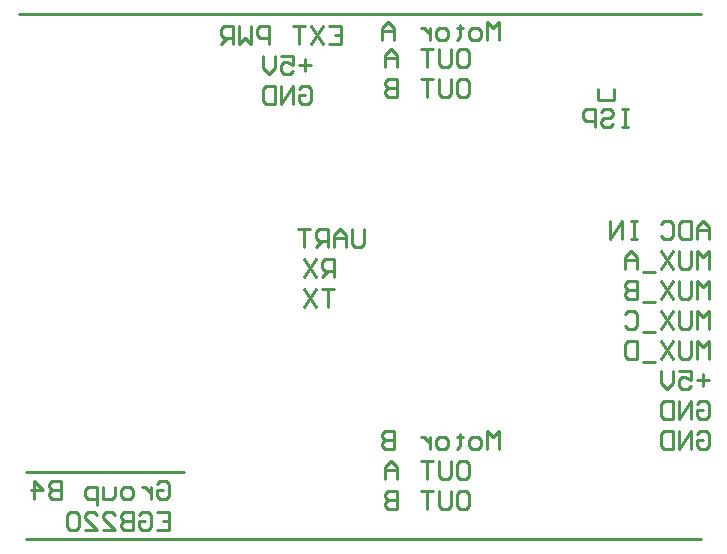
<source format=gbo>
G04*
G04 #@! TF.GenerationSoftware,Altium Limited,Altium Designer,19.0.12 (326)*
G04*
G04 Layer_Color=32896*
%FSLAX25Y25*%
%MOIN*%
G70*
G01*
G75*
%ADD14C,0.01000*%
D14*
X219135Y149500D02*
X221510D01*
X216010D02*
X218385D01*
X221510D02*
Y153000D01*
X216010Y149500D02*
Y153000D01*
X218385Y149500D02*
X219135D01*
X23010Y178000D02*
X250510D01*
X25510Y25500D02*
X78010D01*
X25510Y3000D02*
X250510D01*
X116511Y152998D02*
X117511Y153998D01*
X119510D01*
X120510Y152998D01*
Y149000D01*
X119510Y148000D01*
X117511D01*
X116511Y149000D01*
Y150999D01*
X118511D01*
X114512Y148000D02*
Y153998D01*
X110513Y148000D01*
Y153998D01*
X108514D02*
Y148000D01*
X105515D01*
X104515Y149000D01*
Y152998D01*
X105515Y153998D01*
X108514D01*
X120510Y160999D02*
X116511D01*
X118511Y162998D02*
Y159000D01*
X110513Y163998D02*
X114512D01*
Y160999D01*
X112513Y161999D01*
X111513D01*
X110513Y160999D01*
Y159000D01*
X111513Y158000D01*
X113512D01*
X114512Y159000D01*
X108514Y163998D02*
Y159999D01*
X106515Y158000D01*
X104515Y159999D01*
Y163998D01*
X126511Y173998D02*
X130510D01*
Y168000D01*
X126511D01*
X130510Y170999D02*
X128511D01*
X124512Y173998D02*
X120513Y168000D01*
Y173998D02*
X124512Y168000D01*
X118514Y173998D02*
X114515D01*
X116515D01*
Y168000D01*
X106518D02*
Y173998D01*
X103519D01*
X102519Y172998D01*
Y170999D01*
X103519Y169999D01*
X106518D01*
X100520Y173998D02*
Y168000D01*
X98520Y169999D01*
X96521Y168000D01*
Y173998D01*
X94522Y168000D02*
Y173998D01*
X91523D01*
X90523Y172998D01*
Y170999D01*
X91523Y169999D01*
X94522D01*
X92522D02*
X90523Y168000D01*
X69011Y11998D02*
X73010D01*
Y6000D01*
X69011D01*
X73010Y8999D02*
X71011D01*
X63013Y10998D02*
X64013Y11998D01*
X66012D01*
X67012Y10998D01*
Y7000D01*
X66012Y6000D01*
X64013D01*
X63013Y7000D01*
Y8999D01*
X65013D01*
X61014Y11998D02*
Y6000D01*
X58015D01*
X57015Y7000D01*
Y7999D01*
X58015Y8999D01*
X61014D01*
X58015D01*
X57015Y9999D01*
Y10998D01*
X58015Y11998D01*
X61014D01*
X51017Y6000D02*
X55016D01*
X51017Y9999D01*
Y10998D01*
X52017Y11998D01*
X54016D01*
X55016Y10998D01*
X45019Y6000D02*
X49018D01*
X45019Y9999D01*
Y10998D01*
X46019Y11998D01*
X48018D01*
X49018Y10998D01*
X43020D02*
X42020Y11998D01*
X40021D01*
X39021Y10998D01*
Y7000D01*
X40021Y6000D01*
X42020D01*
X43020Y7000D01*
Y10998D01*
X69011Y21498D02*
X70011Y22498D01*
X72010D01*
X73010Y21498D01*
Y17500D01*
X72010Y16500D01*
X70011D01*
X69011Y17500D01*
Y19499D01*
X71011D01*
X67012Y20499D02*
Y16500D01*
Y18499D01*
X66012Y19499D01*
X65013Y20499D01*
X64013D01*
X60014Y16500D02*
X58015D01*
X57015Y17500D01*
Y19499D01*
X58015Y20499D01*
X60014D01*
X61014Y19499D01*
Y17500D01*
X60014Y16500D01*
X55016Y20499D02*
Y17500D01*
X54016Y16500D01*
X51017D01*
Y20499D01*
X49018Y14501D02*
Y20499D01*
X46019D01*
X45019Y19499D01*
Y17500D01*
X46019Y16500D01*
X49018D01*
X37022Y22498D02*
Y16500D01*
X34023D01*
X33023Y17500D01*
Y18499D01*
X34023Y19499D01*
X37022D01*
X34023D01*
X33023Y20499D01*
Y21498D01*
X34023Y22498D01*
X37022D01*
X28025Y16500D02*
Y22498D01*
X31024Y19499D01*
X27025D01*
X226010Y146498D02*
X224011D01*
X225010D01*
Y140500D01*
X226010D01*
X224011D01*
X217013Y145498D02*
X218013Y146498D01*
X220012D01*
X221012Y145498D01*
Y144499D01*
X220012Y143499D01*
X218013D01*
X217013Y142499D01*
Y141500D01*
X218013Y140500D01*
X220012D01*
X221012Y141500D01*
X215014Y140500D02*
Y146498D01*
X212015D01*
X211015Y145498D01*
Y143499D01*
X212015Y142499D01*
X215014D01*
X138010Y106498D02*
Y101500D01*
X137010Y100500D01*
X135011D01*
X134011Y101500D01*
Y106498D01*
X132012Y100500D02*
Y104499D01*
X130013Y106498D01*
X128013Y104499D01*
Y100500D01*
Y103499D01*
X132012D01*
X126014Y100500D02*
Y106498D01*
X123015D01*
X122015Y105498D01*
Y103499D01*
X123015Y102499D01*
X126014D01*
X124014D02*
X122015Y100500D01*
X120016Y106498D02*
X116017D01*
X118017D01*
Y100500D01*
X128010Y90500D02*
Y96498D01*
X125011D01*
X124011Y95498D01*
Y93499D01*
X125011Y92499D01*
X128010D01*
X126011D02*
X124011Y90500D01*
X122012Y96498D02*
X118013Y90500D01*
Y96498D02*
X122012Y90500D01*
X128010Y86498D02*
X124011D01*
X126011D01*
Y80500D01*
X122012Y86498D02*
X118013Y80500D01*
Y86498D02*
X122012Y80500D01*
X170011Y18998D02*
X172010D01*
X173010Y17998D01*
Y14000D01*
X172010Y13000D01*
X170011D01*
X169011Y14000D01*
Y17998D01*
X170011Y18998D01*
X167012D02*
Y14000D01*
X166012Y13000D01*
X164013D01*
X163013Y14000D01*
Y18998D01*
X161014D02*
X157015D01*
X159014D01*
Y13000D01*
X149018Y18998D02*
Y13000D01*
X146019D01*
X145019Y14000D01*
Y14999D01*
X146019Y15999D01*
X149018D01*
X146019D01*
X145019Y16999D01*
Y17998D01*
X146019Y18998D01*
X149018D01*
X170011Y28998D02*
X172010D01*
X173010Y27998D01*
Y24000D01*
X172010Y23000D01*
X170011D01*
X169011Y24000D01*
Y27998D01*
X170011Y28998D01*
X167012D02*
Y24000D01*
X166012Y23000D01*
X164013D01*
X163013Y24000D01*
Y28998D01*
X161014D02*
X157015D01*
X159014D01*
Y23000D01*
X149018D02*
Y26999D01*
X147018Y28998D01*
X145019Y26999D01*
Y23000D01*
Y25999D01*
X149018D01*
X183010Y33000D02*
Y38998D01*
X181011Y36999D01*
X179011Y38998D01*
Y33000D01*
X176012D02*
X174013D01*
X173013Y34000D01*
Y35999D01*
X174013Y36999D01*
X176012D01*
X177012Y35999D01*
Y34000D01*
X176012Y33000D01*
X170014Y37998D02*
Y36999D01*
X171014D01*
X169015D01*
X170014D01*
Y34000D01*
X169015Y33000D01*
X165016D02*
X163016D01*
X162017Y34000D01*
Y35999D01*
X163016Y36999D01*
X165016D01*
X166016Y35999D01*
Y34000D01*
X165016Y33000D01*
X160017Y36999D02*
Y33000D01*
Y34999D01*
X159018Y35999D01*
X158018Y36999D01*
X157018D01*
X148021Y38998D02*
Y33000D01*
X145022D01*
X144023Y34000D01*
Y34999D01*
X145022Y35999D01*
X148021D01*
X145022D01*
X144023Y36999D01*
Y37998D01*
X145022Y38998D01*
X148021D01*
X170011Y156498D02*
X172010D01*
X173010Y155498D01*
Y151500D01*
X172010Y150500D01*
X170011D01*
X169011Y151500D01*
Y155498D01*
X170011Y156498D01*
X167012D02*
Y151500D01*
X166012Y150500D01*
X164013D01*
X163013Y151500D01*
Y156498D01*
X161014D02*
X157015D01*
X159014D01*
Y150500D01*
X149018Y156498D02*
Y150500D01*
X146019D01*
X145019Y151500D01*
Y152499D01*
X146019Y153499D01*
X149018D01*
X146019D01*
X145019Y154499D01*
Y155498D01*
X146019Y156498D01*
X149018D01*
X170011Y166498D02*
X172010D01*
X173010Y165498D01*
Y161500D01*
X172010Y160500D01*
X170011D01*
X169011Y161500D01*
Y165498D01*
X170011Y166498D01*
X167012D02*
Y161500D01*
X166012Y160500D01*
X164013D01*
X163013Y161500D01*
Y166498D01*
X161014D02*
X157015D01*
X159014D01*
Y160500D01*
X149018D02*
Y164499D01*
X147018Y166498D01*
X145019Y164499D01*
Y160500D01*
Y163499D01*
X149018D01*
X183010Y169500D02*
Y175498D01*
X181011Y173499D01*
X179011Y175498D01*
Y169500D01*
X176012D02*
X174013D01*
X173013Y170500D01*
Y172499D01*
X174013Y173499D01*
X176012D01*
X177012Y172499D01*
Y170500D01*
X176012Y169500D01*
X170014Y174498D02*
Y173499D01*
X171014D01*
X169015D01*
X170014D01*
Y170500D01*
X169015Y169500D01*
X165016D02*
X163016D01*
X162017Y170500D01*
Y172499D01*
X163016Y173499D01*
X165016D01*
X166016Y172499D01*
Y170500D01*
X165016Y169500D01*
X160017Y173499D02*
Y169500D01*
Y171499D01*
X159018Y172499D01*
X158018Y173499D01*
X157018D01*
X148021Y169500D02*
Y173499D01*
X146022Y175498D01*
X144023Y173499D01*
Y169500D01*
Y172499D01*
X148021D01*
X249011Y37998D02*
X250011Y38998D01*
X252010D01*
X253010Y37998D01*
Y34000D01*
X252010Y33000D01*
X250011D01*
X249011Y34000D01*
Y35999D01*
X251011D01*
X247012Y33000D02*
Y38998D01*
X243013Y33000D01*
Y38998D01*
X241014D02*
Y33000D01*
X238015D01*
X237015Y34000D01*
Y37998D01*
X238015Y38998D01*
X241014D01*
X249011Y47998D02*
X250011Y48998D01*
X252010D01*
X253010Y47998D01*
Y44000D01*
X252010Y43000D01*
X250011D01*
X249011Y44000D01*
Y45999D01*
X251011D01*
X247012Y43000D02*
Y48998D01*
X243013Y43000D01*
Y48998D01*
X241014D02*
Y43000D01*
X238015D01*
X237015Y44000D01*
Y47998D01*
X238015Y48998D01*
X241014D01*
X253010Y55999D02*
X249011D01*
X251011Y57998D02*
Y54000D01*
X243013Y58998D02*
X247012D01*
Y55999D01*
X245013Y56999D01*
X244013D01*
X243013Y55999D01*
Y54000D01*
X244013Y53000D01*
X246012D01*
X247012Y54000D01*
X241014Y58998D02*
Y54999D01*
X239015Y53000D01*
X237015Y54999D01*
Y58998D01*
X253010Y63000D02*
Y68998D01*
X251011Y66999D01*
X249011Y68998D01*
Y63000D01*
X247012Y68998D02*
Y64000D01*
X246012Y63000D01*
X244013D01*
X243013Y64000D01*
Y68998D01*
X241014D02*
X237015Y63000D01*
Y68998D02*
X241014Y63000D01*
X235016Y62000D02*
X231017D01*
X229018Y68998D02*
Y63000D01*
X226019D01*
X225019Y64000D01*
Y67998D01*
X226019Y68998D01*
X229018D01*
X253010Y73000D02*
Y78998D01*
X251011Y76999D01*
X249011Y78998D01*
Y73000D01*
X247012Y78998D02*
Y74000D01*
X246012Y73000D01*
X244013D01*
X243013Y74000D01*
Y78998D01*
X241014D02*
X237015Y73000D01*
Y78998D02*
X241014Y73000D01*
X235016Y72000D02*
X231017D01*
X225019Y77998D02*
X226019Y78998D01*
X228018D01*
X229018Y77998D01*
Y74000D01*
X228018Y73000D01*
X226019D01*
X225019Y74000D01*
X253010Y83000D02*
Y88998D01*
X251011Y86999D01*
X249011Y88998D01*
Y83000D01*
X247012Y88998D02*
Y84000D01*
X246012Y83000D01*
X244013D01*
X243013Y84000D01*
Y88998D01*
X241014D02*
X237015Y83000D01*
Y88998D02*
X241014Y83000D01*
X235016Y82000D02*
X231017D01*
X229018Y88998D02*
Y83000D01*
X226019D01*
X225019Y84000D01*
Y84999D01*
X226019Y85999D01*
X229018D01*
X226019D01*
X225019Y86999D01*
Y87998D01*
X226019Y88998D01*
X229018D01*
X253010Y93000D02*
Y98998D01*
X251011Y96999D01*
X249011Y98998D01*
Y93000D01*
X247012Y98998D02*
Y94000D01*
X246012Y93000D01*
X244013D01*
X243013Y94000D01*
Y98998D01*
X241014D02*
X237015Y93000D01*
Y98998D02*
X241014Y93000D01*
X235016Y92000D02*
X231017D01*
X229018Y93000D02*
Y96999D01*
X227018Y98998D01*
X225019Y96999D01*
Y93000D01*
Y95999D01*
X229018D01*
X253010Y103000D02*
Y106999D01*
X251011Y108998D01*
X249011Y106999D01*
Y103000D01*
Y105999D01*
X253010D01*
X247012Y108998D02*
Y103000D01*
X244013D01*
X243013Y104000D01*
Y107998D01*
X244013Y108998D01*
X247012D01*
X237015Y107998D02*
X238015Y108998D01*
X240014D01*
X241014Y107998D01*
Y104000D01*
X240014Y103000D01*
X238015D01*
X237015Y104000D01*
X229018Y108998D02*
X227018D01*
X228018D01*
Y103000D01*
X229018D01*
X227018D01*
X224019D02*
Y108998D01*
X220021Y103000D01*
Y108998D01*
M02*

</source>
